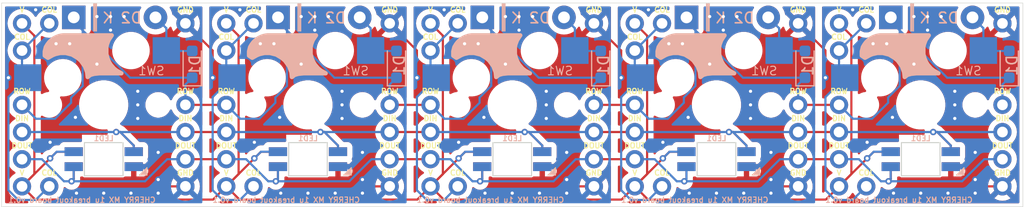
<source format=kicad_pcb>
(kicad_pcb (version 20240108) (generator "pcbnew") (generator_version "8.0")
  (layers (0 "F.Cu" signal) (31 "B.Cu" signal) (34 "B.Paste" user) (35 "F.Paste" user) (36 "B.SilkS" user "B.Silkscreen") (37 "F.SilkS" user "F.Silkscreen") (38 "B.Mask" user) (39 "F.Mask" user) (44 "Edge.Cuts" user))
  (net 0 "")
  (net 1 "/ROW")
  (net 2 "Net-(D1-A)")
  (net 3 "/COL")
  (net 4 "/VIN")
  (net 5 "/DOUT")
  (net 6 "/DIN")
  (net 7 "/GND")
  (footprint "THT:THT_D1.7mm_D1.0mm_P2.54mm" (layer "F.Cu") (at 165.151049 67.849969)
    (property "Reference" "V")
    (property "Value" "Conn_01x01_Pin" (hide yes))
  )
  (footprint "THT:THT_D1.7mm_D1.0mm_P2.54mm" (layer "F.Cu") (at 167.691049 67.849969)
    (property "Reference" "J13" (hide yes))
    (property "Value" "Conn_01x01_Pin" (hide yes))
  )
  (footprint "THT:THT_D1.7mm_D1.0mm_P2.54mm" (layer "F.Cu") (at 184.201049 83.089969)
    (property "Reference" "V")
    (property "Value" "Conn_01x01_Pin" (hide yes))
  )
  (footprint "THT:THT_D1.7mm_D1.0mm_P2.54mm" (layer "F.Cu") (at 199.441049 78.009969)
    (property "Reference" "DIN")
    (property "Value" "Conn_01x01_Pin" (hide yes))
  )
  (footprint "THT:THT_D1.7mm_D1.0mm_P2.54mm" (layer "F.Cu") (at 123.241049 67.849969)
    (property "Reference" "GND")
    (property "Value" "Conn_01x01_Pin" (hide yes))
  )
  (footprint "THT:THT_D1.7mm_D1.0mm_P2.54mm" (layer "F.Cu") (at 108.001049 83.089969)
    (property "Reference" "V")
    (property "Value" "Conn_01x01_Pin" (hide yes))
  )
  (footprint "THT:THT_D1.7mm_D1.0mm_P2.54mm" (layer "F.Cu") (at 186.741049 83.089969)
    (property "Reference" "COL")
    (property "Value" "Conn_01x01_Pin" (hide yes))
  )
  (footprint "THT:THT_D1.7mm_D1.0mm_P2.54mm" (layer "F.Cu") (at 108.001049 67.849969)
    (property "Reference" "V")
    (property "Value" "Conn_01x01_Pin" (hide yes))
  )
  (footprint "THT:THT_D1.7mm_D1.0mm_P2.54mm" (layer "F.Cu") (at 127.051049 75.469969)
    (property "Reference" "ROW")
    (property "Value" "Conn_01x01_Pin" (hide yes))
  )
  (footprint "THT:THT_D1.7mm_D1.0mm_P2.54mm" (layer "F.Cu") (at 184.201049 67.849969)
    (property "Reference" "V")
    (property "Value" "Conn_01x01_Pin" (hide yes))
  )
  (footprint "THT:THT_D1.7mm_D1.0mm_P2.54mm" (layer "F.Cu") (at 142.291049 80.549969)
    (property "Reference" "DOUT")
    (property "Value" "Conn_01x01_Pin" (hide yes))
  )
  (footprint "THT:THT_D1.7mm_D1.0mm_P2.54mm" (layer "F.Cu") (at 180.391049 83.089969)
    (property "Reference" "GND")
    (property "Value" "Conn_01x01_Pin" (hide yes))
  )
  (footprint "THT:THT_D1.7mm_D1.0mm_P2.54mm" (layer "F.Cu") (at 180.391049 78.009969)
    (property "Reference" "DIN")
    (property "Value" "Conn_01x01_Pin" (hide yes))
  )
  (footprint "THT:THT_D1.7mm_D1.0mm_P2.54mm" (layer "F.Cu") (at 129.591049 67.849969)
    (property "Reference" "J13" (hide yes))
    (property "Value" "Conn_01x01_Pin" (hide yes))
  )
  (footprint "THT:THT_D1.7mm_D1.0mm_P2.54mm" (layer "F.Cu") (at 108.001049 70.389969)
    (property "Reference" "COL")
    (property "Value" "Conn_01x01_Pin" (hide yes))
  )
  (footprint "THT:THT_D1.7mm_D1.0mm_P2.54mm" (layer "F.Cu") (at 146.101049 67.849969)
    (property "Reference" "V")
    (property "Value" "Conn_01x01_Pin" (hide yes))
  )
  (footprint "THT:THT_D1.7mm_D1.0mm_P2.54mm" (layer "F.Cu") (at 108.001049 80.549969)
    (property "Reference" "DOUT")
    (property "Value" "Conn_01x01_Pin" (hide yes))
  )
  (footprint "THT:THT_D1.7mm_D1.0mm_P2.54mm" (layer "F.Cu") (at 146.101049 75.469969)
    (property "Reference" "ROW")
    (property "Value" "Conn_01x01_Pin" (hide yes))
  )
  (footprint "THT:THT_D1.7mm_D1.0mm_P2.54mm" (layer "F.Cu") (at 123.241049 80.549969)
    (property "Reference" "DOUT")
    (property "Value" "Conn_01x01_Pin" (hide yes))
  )
  (footprint "THT:THT_D1.7mm_D1.0mm_P2.54mm" (layer "F.Cu") (at 142.291049 75.469969)
    (property "Reference" "ROW")
    (property "Value" "Conn_01x01_Pin" (hide yes))
  )
  (footprint "THT:THT_D1.7mm_D1.0mm_P2.54mm" (layer "F.Cu") (at 148.641049 67.849969)
    (property "Reference" "J13" (hide yes))
    (property "Value" "Conn_01x01_Pin" (hide yes))
  )
  (footprint "THT:THT_D1.7mm_D1.0mm_P2.54mm" (layer "F.Cu") (at 165.151049 70.389969)
    (property "Reference" "COL")
    (property "Value" "Conn_01x01_Pin" (hide yes))
  )
  (footprint "THT:THT_D1.7mm_D1.0mm_P2.54mm" (layer "F.Cu") (at 199.441049 80.549969)
    (property "Reference" "DOUT")
    (property "Value" "Conn_01x01_Pin" (hide yes))
  )
  (footprint "THT:THT_D1.7mm_D1.0mm_P2.54mm" (layer "F.Cu") (at 165.151049 80.549969)
    (property "Reference" "DOUT")
    (property "Value" "Conn_01x01_Pin" (hide yes))
  )
  (footprint "THT:THT_D1.7mm_D1.0mm_P2.54mm" (layer "F.Cu") (at 180.391049 80.549969)
    (property "Reference" "DOUT")
    (property "Value" "Conn_01x01_Pin" (hide yes))
  )
  (footprint "THT:THT_D1.7mm_D1.0mm_P2.54mm" (layer "F.Cu") (at 108.001049 78.009969)
    (property "Reference" "DIN")
    (property "Value" "Conn_01x01_Pin" (hide yes))
  )
  (footprint "THT:THT_D1.7mm_D1.0mm_P2.54mm" (layer "F.Cu") (at 180.391049 67.849969)
    (property "Reference" "GND")
    (property "Value" "Conn_01x01_Pin" (hide yes))
  )
  (footprint "THT:THT_D1.7mm_D1.0mm_P2.54mm" (layer "F.Cu") (at 180.391049 75.469969)
    (property "Reference" "ROW")
    (property "Value" "Conn_01x01_Pin" (hide yes))
  )
  (footprint "THT:THT_D1.7mm_D1.0mm_P2.54mm" (layer "F.Cu") (at 127.051049 67.849969)
    (property "Reference" "V")
    (property "Value" "Conn_01x01_Pin" (hide yes))
  )
  (footprint "THT:THT_D1.7mm_D1.0mm_P2.54mm" (layer "F.Cu") (at 142.291049 67.849969)
    (property "Reference" "GND")
    (property "Value" "Conn_01x01_Pin" (hide yes))
  )
  (footprint "THT:THT_D1.7mm_D1.0mm_P2.54mm" (layer "F.Cu") (at 184.201049 80.549969)
    (property "Reference" "DOUT")
    (property "Value" "Conn_01x01_Pin" (hide yes))
  )
  (footprint "THT:THT_D1.7mm_D1.0mm_P2.54mm" (layer "F.Cu") (at 184.201049 75.469969)
    (property "Reference" "ROW")
    (property "Value" "Conn_01x01_Pin" (hide yes))
  )
  (footprint "THT:THT_D1.7mm_D1.0mm_P2.54mm" (layer "F.Cu") (at 167.691049 83.089969)
    (property "Reference" "COL")
    (property "Value" "Conn_01x01_Pin" (hide yes))
  )
  (footprint "THT:THT_D1.7mm_D1.0mm_P2.54mm" (layer "F.Cu") (at 199.441049 83.089969)
    (property "Reference" "GND")
    (property "Value" "Conn_01x01_Pin" (hide yes))
  )
  (footprint "THT:THT_D1.7mm_D1.0mm_P2.54mm" (layer "F.Cu") (at 146.101049 78.009969)
    (property "Reference" "DIN")
    (property "Value" "Conn_01x01_Pin" (hide yes))
  )
  (footprint "THT:THT_D1.7mm_D1.0mm_P2.54mm" (layer "F.Cu") (at 127.051049 70.389969)
    (property "Reference" "COL")
    (property "Value" "Conn_01x01_Pin" (hide yes))
  )
  (footprint "THT:THT_D1.7mm_D1.0mm_P2.54mm" (layer "F.Cu") (at 127.051049 78.009969)
    (property "Reference" "DIN")
    (property "Value" "Conn_01x01_Pin" (hide yes))
  )
  (footprint "THT:THT_D1.7mm_D1.0mm_P2.54mm" (layer "F.Cu") (at 161.341049 78.009969)
    (property "Reference" "DIN")
    (property "Value" "Conn_01x01_Pin" (hide yes))
  )
  (footprint "THT:THT_D1.7mm_D1.0mm_P2.54mm" (layer "F.Cu") (at 165.151049 83.089969)
    (property "Reference" "V")
    (property "Value" "Conn_01x01_Pin" (hide yes))
  )
  (footprint "THT:THT_D1.7mm_D1.0mm_P2.54mm" (layer "F.Cu") (at 184.201049 70.389969)
    (property "Reference" "COL")
    (property "Value" "Conn_01x01_Pin" (hide yes))
  )
  (footprint "THT:THT_D1.7mm_D1.0mm_P2.54mm" (layer "F.Cu") (at 199.441049 75.469969)
    (property "Reference" "ROW")
    (property "Value" "Conn_01x01_Pin" (hide yes))
  )
  (footprint "THT:THT_D1.7mm_D1.0mm_P2.54mm" (layer "F.Cu") (at 110.541049 67.849969)
    (property "Reference" "J13" (hide yes))
    (property "Value" "Conn_01x01_Pin" (hide yes))
  )
  (footprint "THT:THT_D1.7mm_D1.0mm_P2.54mm" (layer "F.Cu") (at 161.341049 67.849969)
    (property "Reference" "GND")
    (property "Value" "Conn_01x01_Pin" (hide yes))
  )
  (footprint "THT:THT_D1.7mm_D1.0mm_P2.54mm" (layer "F.Cu") (at 127.051049 80.549969)
    (property "Reference" "DOUT")
    (property "Value" "Conn_01x01_Pin" (hide yes))
  )
  (footprint "THT:THT_D1.7mm_D1.0mm_P2.54mm" (layer "F.Cu") (at 165.151049 75.469969)
    (property "Reference" "ROW")
    (property "Value" "Conn_01x01_Pin" (hide yes))
  )
  (footprint "THT:THT_D1.7mm_D1.0mm_P2.54mm" (layer "F.Cu") (at 142.291049 83.089969)
    (property "Reference" "GND")
    (property "Value" "Conn_01x01_Pin" (hide yes))
  )
  (footprint "THT:THT_D1.7mm_D1.0mm_P2.54mm" (layer "F.Cu") (at 146.101049 83.089969)
    (property "Reference" "V")
    (property "Value" "Conn_01x01_Pin" (hide yes))
  )
  (footprint "THT:THT_D1.7mm_D1.0mm_P2.54mm" (layer "F.Cu") (at 184.201049 78.009969)
    (property "Reference" "DIN")
    (property "Value" "Conn_01x01_Pin" (hide yes))
  )
  (footprint "THT:THT_D1.7mm_D1.0mm_P2.54mm" (layer "F.Cu") (at 110.541049 83.089969)
    (property "Reference" "COL")
    (property "Value" "Conn_01x01_Pin" (hide yes))
  )
  (footprint "THT:THT_D1.7mm_D1.0mm_P2.54mm" (layer "F.Cu") (at 165.151049 78.009969)
    (property "Reference" "DIN")
    (property "Value" "Conn_01x01_Pin" (hide yes))
  )
  (footprint "THT:THT_D1.7mm_D1.0mm_P2.54mm" (layer "F.Cu") (at 186.741049 67.849969)
    (property "Reference" "J13" (hide yes))
    (property "Value" "Conn_01x01_Pin" (hide yes))
  )
  (footprint "THT:THT_D1.7mm_D1.0mm_P2.54mm" (layer "F.Cu") (at 142.291049 78.009969)
    (property "Reference" "DIN")
    (property "Value" "Conn_01x01_Pin" (hide yes))
  )
  (footprint "THT:THT_D1.7mm_D1.0mm_P2.54mm" (layer "F.Cu") (at 148.641049 83.089969)
    (property "Reference" "COL")
    (property "Value" "Conn_01x01_Pin" (hide yes))
  )
  (footprint "THT:THT_D1.7mm_D1.0mm_P2.54mm" (layer "F.Cu") (at 123.241049 78.009969)
    (property "Reference" "DIN")
    (property "Value" "Conn_01x01_Pin" (hide yes))
  )
  (footprint "THT:THT_D1.7mm_D1.0mm_P2.54mm" (layer "F.Cu") (at 161.341049 83.089969)
    (property "Reference" "GND")
    (property "Value" "Conn_01x01_Pin" (hide yes))
  )
  (footprint "THT:THT_D1.7mm_D1.0mm_P2.54mm" (layer "F.Cu") (at 146.101049 70.389969)
    (property "Reference" "COL")
    (property "Value" "Conn_01x01_Pin" (hide yes))
  )
  (footprint "THT:THT_D1.7mm_D1.0mm_P2.54mm" (layer "F.Cu") (at 199.441049 67.849969)
    (property "Reference" "GND")
    (property "Value" "Conn_01x01_Pin" (hide yes))
  )
  (footprint "THT:THT_D1.7mm_D1.0mm_P2.54mm" (layer "F.Cu") (at 108.001049 75.469969)
    (property "Reference" "ROW")
    (property "Value" "Conn_01x01_Pin" (hide yes))
  )
  (footprint "THT:THT_D1.7mm_D1.0mm_P2.54mm" (layer "F.Cu") (at 127.051049 83.089969)
    (property "Reference" "V")
    (property "Value" "Conn_01x01_Pin" (hide yes))
  )
  (footprint "THT:THT_D1.7mm_D1.0mm_P2.54mm" (layer "F.Cu") (at 161.341049 80.549969)
    (property "Reference" "DOUT")
    (property "Value" "Conn_01x01_Pin" (hide yes))
  )
  (footprint "THT:THT_D1.7mm_D1.0mm_P2.54mm" (layer "F.Cu") (at 123.241049 75.469969)
    (property "Reference" "ROW")
    (property "Value" "Conn_01x01_Pin" (hide yes))
  )
  (footprint "THT:THT_D1.7mm_D1.0mm_P2.54mm" (layer "F.Cu") (at 123.241049 83.089969)
    (property "Reference" "GND")
    (property "Value" "Conn_01x01_Pin" (hide yes))
  )
  (footprint "THT:THT_D1.7mm_D1.0mm_P2.54mm" (layer "F.Cu") (at 129.591049 83.089969)
    (property "Reference" "COL")
    (property "Value" "Conn_01x01_Pin" (hide yes))
  )
  (footprint "THT:THT_D1.7mm_D1.0mm_P2.54mm" (layer "F.Cu") (at 161.341049 75.469969)
    (property "Reference" "ROW")
    (property "Value" "Conn_01x01_Pin" (hide yes))
  )
  (footprint "THT:THT_D1.7mm_D1.0mm_P2.54mm" (layer "F.Cu") (at 146.101049 80.549969)
    (property "Reference" "DOUT")
    (property "Value" "Conn_01x01_Pin" (hide yes))
  )
  (footprint "kbd:YS-SK6812MINI-E_Both" (layer "B.Cu") (at 134.671049 80.549969 180)
    (property "Reference" "LED1")
    (property "Value" "YS-SK6812MINI-E" (hide yes))
    (fp_line (start 1.8 1.55) (end 1.8 -1.55) (stroke (width 0.1)) (layer "Edge.Cuts"))
    (fp_line (start 1.8 -1.55) (end -1.8 -1.55) (stroke (width 0.1)) (layer "Edge.Cuts"))
    (fp_line (start -1.8 1.55) (end 1.8 1.55) (stroke (width 0.1)) (layer "Edge.Cuts"))
    (fp_line (start -1.8 -1.55) (end -1.8 1.55) (stroke (width 0.1)) (layer "Edge.Cuts"))
  )
  (footprint "Diode_SMD:D_SOD-323_HandSoldering" (layer "B.Cu") (at 200.076049 71.679969 90)
    (property "Reference" "D1")
    (property "Value" "D" (hide yes))
  )
  (footprint "kbd:keyswitch_cherrymx_hotswap_1u" (layer "B.Cu") (at 115.621049 75.469969 180)
    (property "Reference" "SW1")
    (property "Value" "SW_Push" (hide yes))
  )
  (footprint "Diode_SMD:D_SOD-323_HandSoldering" (layer "B.Cu") (at 161.976049 71.679969 90)
    (property "Reference" "D1")
    (property "Value" "D" (hide yes))
  )
  (footprint "kbd:keyswitch_cherrymx_hotswap_1u" (layer "B.Cu") (at 172.771049 75.469969 180)
    (property "Reference" "SW1")
    (property "Value" "SW_Push" (hide yes))
  )
  (footprint "kbd:keyswitch_cherrymx_hotswap_1u" (layer "B.Cu") (at 134.671049 75.469969 180)
    (property "Reference" "SW1")
    (property "Value" "SW_Push" (hide yes))
  )
  (footprint "Diode_SMD:D_SOD-323_HandSoldering" (layer "B.Cu") (at 142.926049 71.679969 90)
    (property "Reference" "D1")
    (property "Value" "D" (hide yes))
  )
  (footprint "kbd:YS-SK6812MINI-E_Both" (layer "B.Cu") (at 153.721049 80.549969 180)
    (property "Reference" "LED1")
    (property "Value" "YS-SK6812MINI-E" (hide yes))
    (fp_line (start 1.8 1.55) (end 1.8 -1.55) (stroke (width 0.1)) (layer "Edge.Cuts"))
    (fp_line (start 1.8 -1.55) (end -1.8 -1.55) (stroke (width 0.1)) (layer "Edge.Cuts"))
    (fp_line (start -1.8 1.55) (end 1.8 1.55) (stroke (width 0.1)) (layer "Edge.Cuts"))
    (fp_line (start -1.8 -1.55) (end -1.8 1.55) (stroke (width 0.1)) (layer "Edge.Cuts"))
  )
  (footprint "Diode_THT:D_DO-41_SOD81_P7.62mm_Horizontal" (layer "B.Cu") (at 131.877049 67.291169)
    (property "Reference" "D2")
    (property "Value" "D" (hide yes))
  )
  (footprint "Diode_SMD:D_SOD-323_HandSoldering" (layer "B.Cu") (at 181.026049 71.679969 90)
    (property "Reference" "D1")
    (property "Value" "D" (hide yes))
  )
  (footprint "kbd:YS-SK6812MINI-E_Both" (layer "B.Cu") (at 172.771049 80.549969 180)
    (property "Reference" "LED1")
    (property "Value" "YS-SK6812MINI-E" (hide yes))
    (fp_line (start 1.8 1.55) (end 1.8 -1.55) (stroke (width 0.1)) (layer "Edge.Cuts"))
    (fp_line (start 1.8 -1.55) (end -1.8 -1.55) (stroke (width 0.1)) (layer "Edge.Cuts"))
    (fp_line (start -1.8 1.55) (end 1.8 1.55) (stroke (width 0.1)) (layer "Edge.Cuts"))
    (fp_line (start -1.8 -1.55) (end -1.8 1.55) (stroke (width 0.1)) (layer "Edge.Cuts"))
  )
  (footprint "Diode_THT:D_DO-41_SOD81_P7.62mm_Horizontal" (layer "B.Cu") (at 150.927049 67.291169)
    (property "Reference" "D2")
    (property "Value" "D" (hide yes))
  )
  (footprint "Diode_THT:D_DO-41_SOD81_P7.62mm_Horizontal" (layer "B.Cu") (at 189.027049 67.291169)
    (property "Reference" "D2")
    (property "Value" "D" (hide yes))
  )
  (footprint "kbd:YS-SK6812MINI-E_Both" (layer "B.Cu") (at 115.621049 80.549969 180)
    (property "Reference" "LED1")
    (property "Value" "YS-SK6812MINI-E" (hide yes))
    (fp_line (start 1.8 1.55) (end 1.8 -1.55) (stroke (width 0.1)) (layer "Edge.Cuts"))
    (fp_line (start 1.8 -1.55) (end -1.8 -1.55) (stroke (width 0.1)) (layer "Edge.Cuts"))
    (fp_line (start -1.8 1.55) (end 1.8 1.55) (stroke (width 0.1)) (layer "Edge.Cuts"))
    (fp_line (start -1.8 -1.55) (end -1.8 1.55) (stroke (width 0.1)) (layer "Edge.Cuts"))
  )
  (footprint "kbd:keyswitch_cherrymx_hotswap_1u" (layer "B.Cu") (at 191.821049 75.469969 180)
    (property "Reference" "SW1")
    (property "Value" "SW_Push" (hide yes))
  )
  (footprint "Diode_THT:D_DO-41_SOD81_P7.62mm_Horizontal" (layer "B.Cu") (at 112.827049 67.291169)
    (property "Reference" "D2")
    (property "Value" "D" (hide yes))
  )
  (footprint "kbd:YS-SK6812MINI-E_Both" (layer "B.Cu") (at 191.821049 80.549969 180)
    (property "Reference" "LED1")
    (property "Value" "YS-SK6812MINI-E" (hide yes))
    (fp_line (start 1.8 1.55) (end 1.8 -1.55) (stroke (width 0.1)) (layer "Edge.Cuts"))
    (fp_line (start 1.8 -1.55) (end -1.8 -1.55) (stroke (width 0.1)) (layer "Edge.Cuts"))
    (fp_line (start -1.8 1.55) (end 1.8 1.55) (stroke (width 0.1)) (layer "Edge.Cuts"))
    (fp_line (start -1.8 -1.55) (end -1.8 1.55) (stroke (width 0.1)) (layer "Edge.Cuts"))
  )
  (footprint "kbd:keyswitch_cherrymx_hotswap_1u" (layer "B.Cu") (at 153.721049 75.469969 180)
    (property "Reference" "SW1")
    (property "Value" "SW_Push" (hide yes))
  )
  (footprint "Diode_THT:D_DO-41_SOD81_P7.62mm_Horizontal" (layer "B.Cu") (at 169.977049 67.291169)
    (property "Reference" "D2")
    (property "Value" "D" (hide yes))
  )
  (footprint "Diode_SMD:D_SOD-323_HandSoldering" (layer "B.Cu") (at 123.876049 71.679969 90)
    (property "Reference" "D1")
    (property "Value" "D" (hide yes))
  )
  (gr_rect (start 106.096049 65.944969) (end 201.346049 84.994969) (stroke (width 0.05)) (fill none) (layer "Edge.Cuts"))
  (gr_text "CHERRY MX 1u breakout board v0.1" (at 113.589049 84.359969 -0) (layer "B.SilkS") (effects (font (size 0.5 0.5) (thickness 0.1)) (justify mirror)))
  (gr_text "CHERRY MX 1u breakout board v0.1" (at 132.639049 84.359969 0) (layer "B.SilkS") (effects (font (size 0.5 0.5) (thickness 0.1)) (justify mirror)))
  (gr_text "CHERRY MX 1u breakout board v0.1" (at 151.689049 84.359969 0) (layer "B.SilkS") (effects (font (size 0.5 0.5) (thickness 0.1)) (justify mirror)))
  (gr_text "CHERRY MX 1u breakout board v0.1" (at 170.739049 84.359969 0) (layer "B.SilkS") (effects (font (size 0.5 0.5) (thickness 0.1)) (justify mirror)))
  (gr_text "CHERRY MX 1u breakout board v0.1" (at 189.789049 84.359969 0) (layer "B.SilkS") (effects (font (size 0.5 0.5) (thickness 0.1)) (justify mirror)))
  (gr_text "COL" (at 186.741049 66.579969 0) (layer "F.SilkS") (effects (font (size 0.5 0.5) (thickness 0.1))))
  (gr_text "COL" (at 167.691049 66.579969 0) (layer "F.SilkS") (effects (font (size 0.5 0.5) (thickness 0.1))))
  (gr_text "COL" (at 129.591049 66.579969 0) (layer "F.SilkS") (effects (font (size 0.5 0.5) (thickness 0.1))))
  (gr_text "COL" (at 110.541049 66.579969 0) (layer "F.SilkS") (effects (font (size 0.5 0.5) (thickness 0.1))))
  (gr_text "COL" (at 148.641049 66.579969 0) (layer "F.SilkS") (effects (font (size 0.5 0.5) (thickness 0.1))))
  (segment (start 180.391049 75.469969) (end 184.201049 75.469969) (width 0.2) (layer "F.Cu") (net 1))
  (segment (start 142.291049 75.469969) (end 146.101049 75.469969) (width 0.2) (layer "F.Cu") (net 1))
  (segment (start 123.241049 75.469969) (end 127.051049 75.469969) (width 0.2) (layer "F.Cu") (net 1))
  (segment (start 161.341049 75.469969) (end 165.151049 75.469969) (width 0.2) (layer "F.Cu") (net 1))
  (segment (start 170.811049 73.696264) (end 169.727344 74.779969) (width 0.2) (layer "B.Cu") (net 1))
  (segment (start 112.827049 67.672264) (end 112.827049 67.291169) (width 0.2) (layer "B.Cu") (net 1))
  (segment (start 147.401049 76.769969) (end 146.101049 75.469969) (width 0.2) (layer "B.Cu") (net 1))
  (segment (start 199.441049 75.469969) (end 199.441049 73.564969) (width 0.2) (layer "B.Cu") (net 1))
  (segment (start 132.711049 68.125169) (end 132.711049 73.696264) (width 0.2) (layer "B.Cu") (net 1))
  (segment (start 113.661049 73.696264) (end 112.577344 74.779969) (width 0.2) (layer "B.Cu") (net 1))
  (segment (start 130.129527 76.769969) (end 128.351049 76.769969) (width 0.2) (layer "B.Cu") (net 1))
  (segment (start 123.241049 75.469969) (end 123.241049 73.564969) (width 0.2) (layer "B.Cu") (net 1))
  (segment (start 137.134754 72.929969) (end 131.877049 67.672264) (width 0.2) (layer "B.Cu") (net 1))
  (segment (start 180.391049 75.469969) (end 180.391049 73.564969) (width 0.2) (layer "B.Cu") (net 1))
  (segment (start 123.241049 73.564969) (end 123.876049 72.929969) (width 0.2) (layer "B.Cu") (net 1))
  (segment (start 161.341049 75.469969) (end 161.341049 73.564969) (width 0.2) (layer "B.Cu") (net 1))
  (segment (start 131.877049 67.672264) (end 131.877049 67.291169) (width 0.2) (layer "B.Cu") (net 1))
  (segment (start 188.777344 74.779969) (end 188.777344 75.272152) (width 0.2) (layer "B.Cu") (net 1))
  (segment (start 185.501049 76.769969) (end 184.201049 75.469969) (width 0.2) (layer "B.Cu") (net 1))
  (segment (start 112.577344 75.272152) (end 111.079527 76.769969) (width 0.2) (layer "B.Cu") (net 1))
  (segment (start 149.179527 76.769969) (end 147.401049 76.769969) (width 0.2) (layer "B.Cu") (net 1))
  (segment (start 181.026049 72.929969) (end 175.234754 72.929969) (width 0.2) (layer "B.Cu") (net 1))
  (segment (start 109.301049 76.769969) (end 108.001049 75.469969) (width 0.2) (layer "B.Cu") (net 1))
  (segment (start 132.711049 73.696264) (end 131.627344 74.779969) (width 0.2) (layer "B.Cu") (net 1))
  (segment (start 194.284754 72.929969) (end 189.027049 67.672264) (width 0.2) (layer "B.Cu") (net 1))
  (segment (start 150.677344 75.272152) (end 149.179527 76.769969) (width 0.2) (layer "B.Cu") (net 1))
  (segment (start 142.291049 73.564969) (end 142.926049 72.929969) (width 0.2) (layer "B.Cu") (net 1))
  (segment (start 200.076049 72.929969) (end 194.284754 72.929969) (width 0.2) (layer "B.Cu") (net 1))
  (segment (start 170.811049 68.125169) (end 170.811049 73.696264) (width 0.2) (layer "B.Cu") (net 1))
  (segment (start 168.229527 76.769969) (end 166.451049 76.769969) (width 0.2) (layer "B.Cu") (net 1))
  (segment (start 150.927049 67.672264) (end 150.927049 67.291169) (width 0.2) (layer "B.Cu") (net 1))
  (segment (start 187.279527 76.769969) (end 185.501049 76.769969) (width 0.2) (layer "B.Cu") (net 1))
  (segment (start 131.877049 67.291169) (end 132.711049 68.125169) (width 0.2) (layer "B.Cu") (net 1))
  (segment (start 111.079527 76.769969) (end 109.301049 76.769969) (width 0.2) (layer "B.Cu") (net 1))
  (segment (start 142.291049 75.469969) (end 142.291049 73.564969) (width 0.2) (layer "B.Cu") (net 1))
  (segment (start 131.627344 75.272152) (end 130.129527 76.769969) (width 0.2) (layer "B.Cu") (net 1))
  (segment (start 169.977049 67.291169) (end 170.811049 68.125169) (width 0.2) (layer "B.Cu") (net 1))
  (segment (start 175.234754 72.929969) (end 169.977049 67.672264) (width 0.2) (layer "B.Cu") (net 1))
  (segment (start 161.341049 73.564969) (end 161.976049 72.929969) (width 0.2) (layer "B.Cu") (net 1))
  (segment (start 166.451049 76.769969) (end 165.151049 75.469969) (width 0.2) (layer "B.Cu") (net 1))
  (segment (start 150.927049 67.291169) (end 151.761049 68.125169) (width 0.2) (layer "B.Cu") (net 1))
  (segment (start 169.727344 74.779969) (end 169.727344 75.272152) (width 0.2) (layer "B.Cu") (net 1))
  (segment (start 118.084754 72.929969) (end 112.827049 67.672264) (width 0.2) (layer "B.Cu") (net 1))
  (segment (start 128.351049 76.769969) (end 127.051049 75.469969) (width 0.2) (layer "B.Cu") (net 1))
  (segment (start 151.761049 68.125169) (end 151.761049 73.696264) (width 0.2) (layer "B.Cu") (net 1))
  (segment (start 199.441049 73.564969) (end 200.076049 72.929969) (width 0.2) (layer "B.Cu") (net 1))
  (segment (start 189.861049 68.125169) (end 189.861049 73.696264) (width 0.2) (layer "B.Cu") (net 1))
  (segment (start 169.727344 75.272152) (end 168.229527 76.769969) (width 0.2) (layer "B.Cu") (net 1))
  (segment (start 131.627344 74.779969) (end 131.627344 75.272152) (width 0.2) (layer "B.Cu") (net 1))
  (segment (start 161.976049 72.929969) (end 156.184754 72.929969) (width 0.2) (layer "B.Cu") (net 1))
  (segment (start 189.861049 73.696264) (end 188.777344 74.779969) (width 0.2) (layer "B.Cu") (net 1))
  (segment (start 189.027049 67.672264) (end 189.027049 67.291169) (width 0.2) (layer "B.Cu") (net 1))
  (segment (start 112.577344 74.779969) (end 112.577344 75.272152) (width 0.2) (layer "B.Cu") (net 1))
  (segment (start 189.027049 67.291169) (end 189.861049 68.125169) (width 0.2) (layer "B.Cu") (net 1))
  (segment (start 180.391049 73.564969) (end 181.026049 72.929969) (width 0.2) (layer "B.Cu") (net 1))
  (segment (start 150.677344 74.779969) (end 150.677344 75.272152) (width 0.2) (layer "B.Cu") (net 1))
  (segment (start 113.661049 68.125169) (end 113.661049 73.696264) (width 0.2) (layer "B.Cu") (net 1))
  (segment (start 169.977049 67.672264) (end 169.977049 67.291169) (width 0.2) (layer "B.Cu") (net 1))
  (segment (start 123.876049 72.929969) (end 118.084754 72.929969) (width 0.2) (layer "B.Cu") (net 1))
  (segment (start 151.761049 73.696264) (end 150.677344 74.779969) (width 0.2) (layer "B.Cu") (net 1))
  (segment (start 188.777344 75.272152) (end 187.279527 76.769969) (width 0.2) (layer "B.Cu") (net 1))
  (segment (start 112.827049 67.291169) (end 113.661049 68.125169) (width 0.2) (layer "B.Cu") (net 1))
  (segment (start 156.184754 72.929969) (end 150.927049 67.672264) (width 0.2) (layer "B.Cu") (net 1))
  (segment (start 142.926049 72.929969) (end 137.134754 72.929969) (width 0.2) (layer "B.Cu") (net 1))
  (segment (start 197.663049 70.389969) (end 197.663049 68.307169) (width 0.2) (layer "B.Cu") (net 2))
  (segment (start 197.663049 68.307169) (end 196.647049 67.291169) (width 0.2) (layer "B.Cu") (net 2))
  (segment (start 161.976049 70.429969) (end 159.603049 70.429969) (width 0.2) (layer "B.Cu") (net 2))
  (segment (start 178.653049 70.429969) (end 178.613049 70.389969) (width 0.2) (layer "B.Cu") (net 2))
  (segment (start 159.563049 70.389969) (end 159.563049 68.307169) (width 0.2) (layer "B.Cu") (net 2))
  (segment (start 159.563049 68.307169) (end 158.547049 67.291169) (width 0.2) (layer "B.Cu") (net 2))
  (segment (start 181.026049 70.429969) (end 178.653049 70.429969) (width 0.2) (layer "B.Cu") (net 2))
  (segment (start 142.926049 70.429969) (end 140.553049 70.429969) (width 0.2) (layer "B.Cu") (net 2))
  (segment (start 159.603049 70.429969) (end 159.563049 70.389969) (width 0.2) (layer "B.Cu") (net 2))
  (segment (start 121.463049 68.307169) (end 120.447049 67.291169) (width 0.2) (layer "B.Cu") (net 2))
  (segment (start 140.553049 70.429969) (end 140.513049 70.389969) (width 0.2) (layer "B.Cu") (net 2))
  (segment (start 121.463049 70.389969) (end 121.463049 68.307169) (width 0.2) (layer "B.Cu") (net 2))
  (segment (start 121.503049 70.429969) (end 121.463049 70.389969) (width 0.2) (layer "B.Cu") (net 2))
  (segment (start 200.076049 70.429969) (end 197.703049 70.429969) (width 0.2) (layer "B.Cu") (net 2))
  (segment (start 178.613049 68.307169) (end 177.597049 67.291169) (width 0.2) (layer "B.Cu") (net 2))
  (segment (start 197.703049 70.429969) (end 197.663049 70.389969) (width 0.2) (layer "B.Cu") (net 2))
  (segment (start 140.513049 70.389969) (end 140.513049 68.307169) (width 0.2) (layer "B.Cu") (net 2))
  (segment (start 178.613049 70.389969) (end 178.613049 68.307169) (width 0.2) (layer "B.Cu") (net 2))
  (segment (start 140.513049 68.307169) (end 139.497049 67.291169) (width 0.2) (layer "B.Cu") (net 2))
  (segment (start 123.876049 70.429969) (end 121.503049 70.429969) (width 0.2) (layer "B.Cu") (net 2))
  (segment (start 125.781049 74.734969) (end 125.781049 83.446315) (width 0.2) (layer "B.Cu") (net 3))
  (segment (start 163.881049 83.446315) (end 164.794703 84.359969) (width 0.2) (layer "B.Cu") (net 3))
  (segment (start 182.931049 74.734969) (end 182.931049 83.446315) (width 0.2) (layer "B.Cu") (net 3))
  (segment (start 127.051049 72.394969) (end 127.586049 72.929969) (width 0.2) (layer "B.Cu") (net 3))
  (segment (start 106.731049 74.734969) (end 106.731049 83.446315) (width 0.2) (layer "B.Cu") (net 3))
  (segment (start 184.201049 72.394969) (end 184.736049 72.929969) (width 0.2) (layer "B.Cu") (net 3))
  (segment (start 164.794703 84.359969) (end 166.421049 84.359969) (width 0.2) (layer "B.Cu") (net 3))
  (segment (start 163.881049 74.734969) (end 163.881049 83.446315) (width 0.2) (layer "B.Cu") (net 3))
  (segment (start 165.151049 70.389969) (end 167.691049 67.849969) (width 0.2) (layer "B.Cu") (net 3))
  (segment (start 125.781049 83.446315) (end 126.694703 84.359969) (width 0.2) (layer "B.Cu") (net 3))
  (segment (start 127.051049 70.389969) (end 127.051049 72.394969) (width 0.2) (layer "B.Cu") (net 3))
  (segment (start 108.001049 70.389969) (end 108.001049 72.394969) (width 0.2) (layer "B.Cu") (net 3))
  (segment (start 146.636049 72.929969) (end 144.831049 74.734969) (width 0.2) (layer "B.Cu") (net 3))
  (segment (start 165.151049 70.389969) (end 165.151049 72.394969) (width 0.2) (layer "B.Cu") (net 3))
  (segment (start 109.271049 84.359969) (end 110.541049 83.089969) (width 0.2) (layer "B.Cu") (net 3))
  (segment (start 184.736049 72.929969) (end 182.931049 74.734969) (width 0.2) (layer "B.Cu") (net 3))
  (segment (start 106.731049 83.446315) (end 107.644703 84.359969) (width 0.2) (layer "B.Cu") (net 3))
  (segment (start 126.694703 84.359969) (end 128.321049 84.359969) (width 0.2) (layer "B.Cu") (net 3))
  (segment (start 127.051049 70.389969) (end 129.591049 67.849969) (width 0.2) (layer "B.Cu") (net 3))
  (segment (start 166.421049 84.359969) (end 167.691049 83.089969) (width 0.2) (layer "B.Cu") (net 3))
  (segment (start 146.101049 70.389969) (end 146.101049 72.394969) (width 0.2) (layer "B.Cu") (net 3))
  (segment (start 165.686049 72.929969) (end 163.881049 74.734969) (width 0.2) (layer "B.Cu") (net 3))
  (segment (start 184.201049 70.389969) (end 184.201049 72.394969) (width 0.2) (layer "B.Cu") (net 3))
  (segment (start 144.831049 74.734969) (end 144.831049 83.446315) (width 0.2) (layer "B.Cu") (net 3))
  (segment (start 144.831049 83.446315) (end 145.744703 84.359969) (width 0.2) (layer "B.Cu") (net 3))
  (segment (start 184.201049 70.389969) (end 186.741049 67.849969) (width 0.2) (layer "B.Cu") (net 3))
  (segment (start 182.931049 83.446315) (end 183.844703 84.359969) (width 0.2) (layer "B.Cu") (net 3))
  (segment (start 185.471049 84.359969) (end 186.741049 83.089969) (width 0.2) (layer "B.Cu") (net 3))
  (segment (start 107.644703 84.359969) (end 109.271049 84.359969) (width 0.2) (layer "B.Cu") (net 3))
  (segment (start 108.536049 72.929969) (end 106.731049 74.734969) (width 0.2) (layer "B.Cu") (net 3))
  (segment (start 108.001049 70.389969) (end 110.541049 67.849969) (width 0.2) (layer "B.Cu") (net 3))
  (segment (start 146.101049 70.389969) (end 148.641049 67.849969) (width 0.2) (layer "B.Cu") (net 3))
  (segment (start 127.586049 72.929969) (end 125.781049 74.734969) (width 0.2) (layer "B.Cu") (net 3))
  (segment (start 183.844703 84.359969) (end 185.471049 84.359969) (width 0.2) (layer "B.Cu") (net 3))
  (segment (start 128.321049 84.359969) (end 129.591049 83.089969) (width 0.2) (layer "B.Cu") (net 3))
  (segment (start 145.744703 84.359969) (end 147.371049 84.359969) (width 0.2) (layer "B.Cu") (net 3))
  (segment (start 165.151049 72.394969) (end 165.686049 72.929969) (width 0.2) (layer "B.Cu") (net 3))
  (segment (start 146.101049 72.394969) (end 146.636049 72.929969) (width 0.2) (layer "B.Cu") (net 3))
  (segment (start 108.001049 72.394969) (end 108.536049 72.929969) (width 0.2) (layer "B.Cu") (net 3))
  (segment (start 147.371049 84.359969) (end 148.641049 83.089969) (width 0.2) (layer "B.Cu") (net 3))
  (segment (start 144.866049 84.324969) (end 146.101049 83.089969) (width 0.2) (layer "F.Cu") (net 4))
  (segment (start 127.051049 67.849969) (end 128.201049 68.999969) (width 0.2) (layer "F.Cu") (net 4))
  (segment (start 163.916049 84.324969) (end 165.151049 83.089969) (width 0.2) (layer "F.Cu") (net 4))
  (segment (start 125.816049 84.324969) (end 127.051049 83.089969) (width 0.2) (layer "F.Cu") (net 4))
  (segment (start 112.821049 79.849969) (end 111.241049 79.849969) (width 0.2) (layer "F.Cu") (net 4))
  (segment (start 189.021049 79.849969) (end 187.441049 79.849969) (width 0.2) (layer "F.Cu") (net 4))
  (segment (start 128.201049 81.939969) (end 127.051049 83.089969) (width 0.2) (layer "F.Cu") (net 4))
  (segment (start 148.721049 80.469969) (end 146.101049 83.089969) (width 0.2) (layer "F.Cu") (net 4))
  (segment (start 166.386049 84.324969) (end 182.966049 84.324969) (width 0.2) (layer "F.Cu") (net 4))
  (segment (start 129.671049 80.469969) (end 127.051049 83.089969) (width 0.2) (layer "F.Cu") (net 4))
  (segment (start 167.771049 80.469969) (end 165.151049 83.089969) (width 0.2) (layer "F.Cu") (net 4))
  (segment (start 109.151049 68.999969) (end 109.151049 81.939969) (width 0.2) (layer "F.Cu") (net 4))
  (segment (start 128.286049 84.324969) (end 144.866049 84.324969) (width 0.2) (layer "F.Cu") (net 4))
  (segment (start 131.871049 79.849969) (end 130.291049 79.849969) (width 0.2) (layer "F.Cu") (net 4))
  (segment (start 149.341049 79.849969) (end 148.721049 80.469969) (width 0.2) (layer "F.Cu") (net 4))
  (segment (start 187.441049 79.849969) (end 186.821049 80.469969) (width 0.2) (layer "F.Cu") (net 4))
  (segment (start 128.201049 68.999969) (end 128.201049 81.939969) (width 0.2) (layer "F.Cu") (net 4))
  (segment (start 165.151049 83.089969) (end 166.386049 84.324969) (width 0.2) (layer "F.Cu") (net 4))
  (segment (start 130.291049 79.849969) (end 129.671049 80.469969) (width 0.2) (layer "F.Cu") (net 4))
  (segment (start 147.251049 68.999969) (end 147.251049 81.939969) (width 0.2) (layer "F.Cu") (net 4))
  (segment (start 147.251049 81.939969) (end 146.101049 83.089969) (width 0.2) (layer "F.Cu") (net 4))
  (segment (start 185.351049 81.939969) (end 184.201049 83.089969) (width 0.2) (layer "F.Cu") (net 4))
  (segment (start 109.151049 81.939969) (end 108.001049 83.089969) (width 0.2) (layer "F.Cu") (net 4))
  (segment (start 110.621049 80.469969) (end 108.001049 83.089969) (width 0.2) (layer "F.Cu") (net 4))
  (segment (start 127.051049 83.089969) (end 128.286049 84.324969) (width 0.2) (layer "F.Cu") (net 4))
  (segment (start 186.821049 80.469969) (end 184.201049 83.089969) (width 0.2) (layer "F.Cu") (net 4))
  (segment (start 166.301049 68.999969) (end 166.301049 81.939969) (width 0.2) (layer "F.Cu") (net 4))
  (segment (start 109.236049 84.324969) (end 125.816049 84.324969) (width 0.2) (layer "F.Cu") (net 4))
  (segment (start 185.351049 68.999969) (end 185.351049 81.939969) (width 0.2) (layer "F.Cu") (net 4))
  (segment (start 108.001049 67.849969) (end 109.151049 68.999969) (width 0.2) (layer "F.Cu") (net 4))
  (segment (start 182.966049 84.324969) (end 184.201049 83.089969) (width 0.2) (layer "F.Cu") (net 4))
  (segment (start 147.336049 84.324969) (end 163.916049 84.324969) (width 0.2) (layer "F.Cu") (net 4))
  (segment (start 166.301049 81.939969) (end 165.151049 83.089969) (width 0.2) (layer "F.Cu") (net 4))
  (segment (start 111.241049 79.849969) (end 110.621049 80.469969) (width 0.2) (layer "F.Cu") (net 4))
  (segment (start 150.921049 79.849969) (end 149.341049 79.849969) (width 0.2) (layer "F.Cu") (net 4))
  (segment (start 169.971049 79.849969) (end 168.391049 79.849969) (width 0.2) (layer "F.Cu") (net 4))
  (segment (start 165.151049 67.849969) (end 166.301049 68.999969) (width 0.2) (layer "F.Cu") (net 4))
  (segment (start 146.101049 83.089969) (end 147.336049 84.324969) (width 0.2) (layer "F.Cu") (net 4))
  (segment (start 168.391049 79.849969) (end 167.771049 80.469969) (width 0.2) (layer "F.Cu") (net 4))
  (segment (start 108.001049 83.089969) (end 109.236049 84.324969) (width 0.2) (layer "F.Cu") (net 4))
  (segment (start 184.201049 67.849969) (end 185.351049 68.999969) (width 0.2) (layer "F.Cu") (net 4))
  (segment (start 146.101049 67.849969) (end 147.251049 68.999969) (width 0.2) (layer "F.Cu") (net 4))
  (via (at 167.771049 80.469969) (size 0.6) (drill 0.3) (layers "F.Cu" "B.Cu") (net 4))
  (via (at 110.621049 80.469969) (size 0.6) (drill 0.3) (layers "F.Cu" "B.Cu") (net 4))
  (via (at 186.821049 80.469969) (size 0.6) (drill 0.3) (layers "F.Cu" "B.Cu") (net 4))
  (via (at 148.721049 80.469969) (size 0.6) (drill 0.3) (layers "F.Cu" "B.Cu") (net 4))
  (via (at 129.671049 80.469969) (size 0.6) (drill 0.3) (layers "F.Cu" "B.Cu") (net 4))
  (segment (start 130.291049 79.849969) (end 129.671049 80.469969) (width 0.2) (layer "B.Cu") (net 4))
  (segment (start 111.241049 79.849969) (end 110.621049 80.469969) (width 0.2) (layer "B.Cu") (net 4))
  (segment (start 112.821049 79.849969) (end 111.241049 79.849969) (width 0.2) (layer "B.Cu") (net 4))
  (segment (start 168.391049 79.849969) (end 167.771049 80.469969) (width 0.2) (layer "B.Cu") (net 4))
  (segment (start 150.921049 79.849969) (end 149.341049 79.849969) (width 0.2) (layer "B.Cu") (net 4))
  (segment (start 131.871049 79.849969) (end 130.291049 79.849969) (width 0.2) (layer "B.Cu") (net 4))
  (segment (start 169.971049 79.849969) (end 168.391049 79.849969) (width 0.2) (layer "B.Cu") (net 4))
  (segment (start 187.441049 79.849969) (end 186.821049 80.469969) (width 0.2) (layer "B.Cu") (net 4))
  (segment (start 149.341049 79.849969) (end 148.721049 80.469969) (width 0.2) (layer "B.Cu") (net 4))
  (segment (start 189.021049 79.849969) (end 187.441049 79.849969) (width 0.2) (layer "B.Cu") (net 4))
  (segment (start 131.871049 82.413623) (end 131.671049 82.613623) (width 0.2) (layer "F.Cu") (net 5))
  (segment (start 142.291049 80.549969) (end 146.101049 80.549969) (width 0.2) (layer "F.Cu") (net 5))
  (segment (start 189.021049 82.413623) (end 188.821049 82.613623) (width 0.2) (layer "F.Cu") (net 5))
  (segment (start 112.821049 82.413623) (end 112.621049 82.613623) (width 0.2) (layer "F.Cu") (net 5))
  (segment (start 180.391049 80.549969) (end 184.201049 80.549969) (width 0.2) (layer "F.Cu") (net 5))
  (segment (start 189.021049 81.249969) (end 189.021049 82.413623) (width 0.2) (layer "F.Cu") (net 5))
  (segment (start 169.971049 82.413623) (end 169.771049 82.613623) (width 0.2) (layer "F.Cu") (net 5))
  (segment (start 112.821049 81.249969) (end 112.821049 82.413623) (width 0.2) (layer "F.Cu") (net 5))
  (segment (start 169.971049 81.249969) (end 169.971049 82.413623) (width 0.2) (layer "F.Cu") (net 5))
  (segment (start 150.921049 81.249969) (end 150.921049 82.413623) (width 0.2) (layer "F.Cu") (net 5))
  (segment (start 161.341049 80.549969) (end 165.151049 80.549969) (width 0.2) (layer "F.Cu") (net 5))
  (segment (start 150.921049 82.413623) (end 150.721049 82.613623) (width 0.2) (layer "F.Cu") (net 5))
  (segment (start 131.871049 81.249969) (end 131.871049 82.413623) (width 0.2) (layer "F.Cu") (net 5))
  (segment (start 123.241049 80.549969) (end 127.051049 80.549969) (width 0.2) (layer "F.Cu") (net 5))
  (via (at 188.821049 82.613623) (size 0.6) (drill 0.3) (layers "F.Cu" "B.Cu") (net 5))
  (via (at 150.721049 82.613623) (size 0.6) (drill 0.3) (layers "F.Cu" "B.Cu") (net 5))
  (via (at 169.771049 82.613623) (size 0.6) (drill 0.3) (layers "F.Cu" "B.Cu") (net 5))
  (via (at 131.671049 82.613623) (size 0.6) (drill 0.3) (layers "F.Cu" "B.Cu") (net 5))
  (via (at 112.621049 82.613623) (size 0.6) (drill 0.3) (layers "F.Cu" "B.Cu") (net 5))
  (segment (start 178.691049 80.549969) (end 180.391049 80.549969) (width 0.2) (layer "B.Cu") (net 5))
  (segment (start 150.921049 81.249969) (end 150.921049 82.413623) (width 0.2) (layer "B.Cu") (net 5))
  (segment (start 195.677395 82.613623) (end 197.741049 80.549969) (width 0.2) (layer "B.Cu") (net 5))
  (segment (start 169.066174 82.613623) (end 169.771049 82.613623) (width 0.2) (layer "B.Cu") (net 5))
  (segment (start 140.591049 80.549969) (end 142.291049 80.549969) (width 0.2) (layer "B.Cu") (net 5))
  (segment (start 131.871049 81.249969) (end 131.871049 82.413623) (width 0.2) (layer "B.Cu") (net 5))
  (segment (start 176.627395 82.613623) (end 178.691049 80.549969) (width 0.2) (layer "B.Cu") (net 5))
  (segment (start 131.671049 82.613623) (end 138.527395 82.613623) (width 0.2) (layer "B.Cu") (net 5))
  (segment (start 165.151049 80.549969) (end 167.00252 80.549969) (width 0.2) (layer "B.Cu") (net 5))
  (segment (start 109.85252 80.549969) (end 111.916174 82.613623) (width 0.2) (layer "B.Cu") (net 5))
  (segment (start 159.641049 80.549969) (end 161.341049 80.549969) (width 0.2) (layer "B.Cu") (net 5))
  (segment (start 112.821049 82.413623) (end 112.621049 82.613623) (width 0.2) (layer "B.Cu") (net 5))
  (segment (start 150.921049 82.413623) (end 150.721049 82.613623) (width 0.2) (layer "B.Cu") (net 5))
  (segment (start 169.971049 81.249969) (end 169.971049 82.413623) (width 0.2) (layer "B.Cu") (net 5))
  (segment (start 186.05252 80.549969) (end 188.116174 82.613623) (width 0.2) (layer "B.Cu") (net 5))
  (segment (start 150.721049 82.613623) (end 157.577395 82.613623) (width 0.2) (layer "B.Cu") (net 5))
  (segment (start 188.821049 82.613623) (end 195.677395 82.613623) (width 0.2) (layer "B.Cu") (net 5))
  (segment (start 112.621049 82.613623) (end 119.477395 82.613623) (width 0.2) (layer "B.Cu") (net 5))
  (segment (start 167.00252 80.549969) (end 169.066174 82.613623) (width 0.2) (layer "B.Cu") (net 5))
  (segment (start 128.90252 80.549969) (end 130.966174 82.613623) (width 0.2) (layer "B.Cu") (net 5))
  (segment (start 188.116174 82.613623) (end 188.821049 82.613623) (width 0.2) (layer "B.Cu") (net 5))
  (segment (start 197.741049 80.549969) (end 199.441049 80.549969) (width 0.2) (layer "B.Cu") (net 5))
  (segment (start 108.001049 80.549969) (end 109.85252 80.549969) (width 0.2) (layer "B.Cu") (net 5))
  (segment (start 146.101049 80.549969) (end 147.95252 80.549969) (width 0.2) (layer "B.Cu") (net 5))
  (segment (start 169.771049 82.613623) (end 176.627395 82.613623) (width 0.2) (layer "B.Cu") (net 5))
  (segment (start 112.821049 81.249969) (end 112.821049 82.413623) (width 0.2) (layer "B.Cu") (net 5))
  (segment (start 121.541049 80.549969) (end 123.241049 80.549969) (width 0.2) (layer "B.Cu") (net 5))
  (segment (start 119.477395 82.613623) (end 121.541049 80.549969) (width 0.2) (layer "B.Cu") (net 5))
  (segment (start 157.577395 82.613623) (end 159.641049 80.549969) (width 0.2) (layer "B.Cu") (net 5))
  (segment (start 184.201049 80.549969) (end 186.05252 80.549969) (width 0.2) (layer "B.Cu") (net 5))
  (segment (start 147.95252 80.549969) (end 150.016174 82.613623) (width 0.2) (layer "B.Cu") (net 5))
  (segment (start 189.021049 82.413623) (end 188.821049 82.613623) (width 0.2) (layer "B.Cu") (net 5))
  (segment (start 189.021049 81.249969) (end 189.021049 82.413623) (width 0.2) (layer "B.Cu") (net 5))
  (segment (start 169.971049 82.413623) (end 169.771049 82.613623) (width 0.2) (layer "B.Cu") (net 5))
  (segment (start 127.051049 80.549969) (end 128.90252 80.549969) (width 0.2) (layer "B.Cu") (net 5))
  (segment (start 138.527395 82.613623) (end 140.591049 80.549969) (width 0.2) (layer "B.Cu") (net 5))
  (segment (start 131.871049 82.413623) (end 131.671049 82.613623) (width 0.2) (layer "B.Cu") (net 5))
  (segment (start 130.966174 82.613623) (end 131.671049 82.613623) (width 0.2) (layer "B.Cu") (net 5))
  (segment (start 111.916174 82.613623) (end 112.621049 82.613623) (width 0.2) (layer "B.Cu") (net 5))
  (segment (start 150.016174 82.613623) (end 150.721049 82.613623) (width 0.2) (layer "B.Cu") (net 5))
  (segment (start 175.571049 79.849969) (end 175.571049 79.269969) (width 0.2) (layer "F.Cu") (net 6))
  (segment (start 118.421049 79.269969) (end 117.161049 78.009969) (width 0.2) (layer "F.Cu") (net 6))
  (segment (start 194.621049 79.269969) (end 193.361049 78.009969) (width 0.2) (layer "F.Cu") (net 6))
  (segment (start 156.521049 79.849969) (end 156.521049 79.269969) (width 0.2) (layer "F.Cu") (net 6))
  (segment (start 142.291049 78.009969) (end 146.101049 78.009969) (width 0.2) (layer "F.Cu") (net 6))
  (segment (start 137.471049 79.849969) (end 137.471049 79.269969) (width 0.2) (layer "F.Cu") (net 6))
  (segment (start 180.391049 78.009969) (end 184.201049 78.009969) (width 0.2) (layer "F.Cu") (net 6))
  (segment (start 136.211049 78.009969) (end 135.834602 78.009969) (width 0.2) (layer "F.Cu") (net 6))
  (segment (start 117.161049 78.009969) (end 116.784602 78.009969) (width 0.2) (layer "F.Cu") (net 6))
  (segment (start 194.621049 79.849969) (end 194.621049 79.269969) (width 0.2) (layer "F.Cu") (net 6))
  (segment (start 175.571049 79.269969) (end 174.311049 78.009969) (width 0.2) (layer "F.Cu") (net 6))
  (segment (start 137.471049 79.269969) (end 136.211049 78.009969) (width 0.2) (layer "F.Cu") (net 6))
  (segment (start 123.241049 78.009969) (end 127.051049 78.009969) (width 0.2) (layer "F.Cu") (net 6))
  (segment (start 155.261049 78.009969) (end 154.884602 78.009969) (width 0.2) (layer "F.Cu") (net 6))
  (segment (start 174.311049 78.009969) (end 173.934602 78.009969) (width 0.2) (layer "F.Cu") (net 6))
  (segment (start 118.421049 79.849969) (end 118.421049 79.269969) (width 0.2) (layer "F.Cu") (net 6))
  (segment (start 161.341049 78.009969) (end 165.151049 78.009969) (width 0.2) (layer "F.Cu") (net 6))
  (segment (start 156.521049 79.269969) (end 155.261049 78.009969) (width 0.2) (layer "F.Cu") (net 6))
  (segment (start 193.361049 78.009969) (end 192.984602 78.009969) (width 0.2) (layer "F.Cu") (net 6))
  (via (at 135.834602 78.009969) (size 0.6) (drill 0.3) (layers "F.Cu" "B.Cu") (net 6))
  (via (at 154.884602 78.009969) (size 0.6) (drill 0.3) (layers "F.Cu" "B.Cu") (net 6))
  (via (at 116.784602 78.009969) (size 0.6) (drill 0.3) (layers "F.Cu" "B.Cu") (net 6))
  (via (at 192.984602 78.009969) (size 0.6) (drill 0.3) (layers "F.Cu" "B.Cu") (net 6))
  (via (at 173.934602 78.009969) (size 0.6) (drill 0.3) (layers "F.Cu" "B.Cu") (net 6))
  (segment (start 135.834602 78.009969) (end 142.291049 78.009969) (width 0.2) (layer "B.Cu") (net 6))
  (segment (start 118.421049 79.269969) (end 117.161049 78.009969) (width 0.2) (layer "B.Cu") (net 6))
  (segment (start 175.571049 79.269969) (end 174.311049 78.009969) (width 0.2) (layer "B.Cu") (net 6))
  (segment (start 137.471049 79.849969) (end 137.471049 79.269969) (width 0.2) (layer "B.Cu") (net 6))
  (segment (start 192.984602 78.009969) (end 199.441049 78.009969) (width 0.2) (layer "B.Cu") (net 6))
  (segment (start 175.571049 79.849969) (end 175.571049 79.269969) (width 0.2) (layer "B.Cu") (net 6))
  (segment (start 156.521049 79.849969) (end 156.521049 79.269969) (width 0.2) (layer "B.Cu") (net 6))
  (segment (start 155.261049 78.009969) (end 154.884602 78.009969) (width 0.2) (layer "B.Cu") (net 6))
  (segment (start 137.471049 79.269969) (end 136.211049 78.009969) (width 0.2) (layer "B.Cu") (net 6))
  (segment (start 193.361049 78.009969) (end 192.984602 78.009969) (width 0.2) (layer "B.Cu") (net 6))
  (segment (start 173.934602 78.009969) (end 180.391049 78.009969) (width 0.2) (layer "B.Cu") (net 6))
  (segment (start 116.784602 78.009969) (end 108.001049 78.009969) (width 0.2) (layer "B.Cu") (net 6))
  (segment (start 136.211049 78.009969) (end 135.834602 78.009969) (width 0.2) (layer "B.Cu") (net 6))
  (segment (start 154.884602 78.009969) (end 161.341049 78.009969) (width 0.2) (layer "B.Cu") (net 6))
  (segment (start 192.984602 78.009969) (end 184.201049 78.009969) (width 0.2) (layer "B.Cu") (net 6))
  (segment (start 173.934602 78.009969) (end 165.151049 78.009969) (width 0.2) (layer "B.Cu") (net 6))
  (segment (start 174.311049 78.009969) (end 173.934602 78.009969) (width 0.2) (layer "B.Cu") (net 6))
  (segment (start 194.621049 79.269969) (end 193.361049 78.009969) (width 0.2) (layer "B.Cu") (net 6))
  (segment (start 116.784602 78.009969) (end 123.241049 78.009969) (width 0.2) (layer "B.Cu") (net 6))
  (segment (start 194.621049 79.849969) (end 194.621049 79.269969) (width 0.2) (layer "B.Cu") (net 6))
  (segment (start 156.521049 79.269969) (end 155.261049 78.009969) (width 0.2) (layer "B.Cu") (net 6))
  (segment (start 117.161049 78.009969) (end 116.784602 78.009969) (width 0.2) (layer "B.Cu") (net 6))
  (segment (start 154.884602 78.009969) (end 146.101049 78.009969) (width 0.2) (layer "B.Cu") (net 6))
  (segment (start 135.834602 78.009969) (end 127.051049 78.009969) (width 0.2) (layer "B.Cu") (net 6))
  (segment (start 118.421049 79.849969) (end 118.421049 79.269969) (width 0.2) (layer "B.Cu") (net 6))
  (segment (start 139.751049 79.914969) (end 138.416049 81.249969) (width 0.2) (layer "F.Cu") (net 7))
  (segment (start 182.931049 70.389969) (end 180.391049 67.849969) (width 0.2) (layer "F.Cu") (net 7))
  (segment (start 158.801049 79.914969) (end 157.466049 81.249969) (width 0.2) (layer "F.Cu") (net 7))
  (segment (start 142.291049 83.089969) (end 140.386049 83.089969) (width 0.2) (layer "F.Cu") (net 7))
  (segment (start 120.701049 79.914969) (end 119.366049 81.249969) (width 0.2) (layer "F.Cu") (net 7))
  (segment (start 118.421049 83.464969) (end 118.161049 83.724969) (width 0.2) (layer "F.Cu") (net 7))
  (segment (start 156.521049 81.249969) (end 156.521049 83.464969) (width 0.2) (layer "F.Cu") (net 7))
  (segment (start 144.831049 70.389969) (end 142.291049 67.849969) (width 0.2) (layer "F.Cu") (net 7))
  (segment (start 144.831049 72.929969) (end 144.831049 70.389969) (width 0.2) (layer "F.Cu") (net 7))
  (segment (start 194.621049 81.249969) (end 194.621049 83.464969) (width 0.2) (layer "F.Cu") (net 7))
  (segment (start 119.366049 81.249969) (end 118.421049 81.249969) (width 0.2) (layer "F.Cu") (net 7))
  (segment (start 163.881049 70.389969) (end 161.341049 67.849969) (width 0.2) (layer "F.Cu") (net 7))
  (segment (start 180.391049 83.089969) (end 178.486049 83.089969) (width 0.2) (layer "F.Cu") (net 7))
  (segment (start 195.566049 81.249969) (end 194.621049 81.249969) (width 0.2) (layer "F.Cu") (net 7))
  (segment (start 196.901049 79.914969) (end 195.566049 81.249969) (width 0.2) (layer "F.Cu") (net 7))
  (segment (start 178.486049 83.089969) (end 177.851049 82.454969) (width 0.2) (layer "F.Cu") (net 7))
  (segment (start 125.781049 70.389969) (end 123.241049 67.849969) (width 0.2) (layer "F.Cu") (net 7))
  (segment (start 156.521049 83.464969) (end 156.261049 83.724969) (width 0.2) (layer "F.Cu") (net 7))
  (segment (start 123.241049 83.089969) (end 121.336049 83.089969) (width 0.2) (layer "F.Cu") (net 7))
  (segment (start 118.421049 81.249969) (end 118.421049 83.464969) (width 0.2) (layer "F.Cu") (net 7))
  (segment (start 121.336049 83.089969) (end 120.701049 82.454969) (width 0.2) (layer "F.Cu") (net 7))
  (segment (start 197.536049 83.089969) (end 196.901049 82.454969) (width 0.2) (layer "F.Cu") (net 7))
  (segment (start 182.931049 72.929969) (end 182.931049 70.389969) (width 0.2) (layer "F.Cu") (net 7))
  (segment (start 163.881049 72.929969) (end 163.881049 70.389969) (width 0.2) (layer "F.Cu") (net 7))
  (segment (start 176.516049 81.249969) (end 175.571049 81.249969) (width 0.2) (layer "F.Cu") (net 7))
  (segment (start 159.436049 83.089969) (end 158.801049 82.454969) (width 0.2) (layer "F.Cu") (net 7))
  (segment (start 137.471049 83.464969) (end 137.211049 83.724969) (width 0.2) (layer "F.Cu") (net 7))
  (segment (start 161.341049 83.089969) (end 159.436049 83.089969) (width 0.2) (layer "F.Cu") (net 7))
  (segment (start 125.781049 72.929969) (end 125.781049 70.389969) (width 0.2) (layer "F.Cu") (net 7))
  (segment (start 138.416049 81.249969) (end 137.471049 81.249969) (width 0.2) (layer "F.Cu") (net 7))
  (segment (start 194.621049 83.464969) (end 194.361049 83.724969) (width 0.2) (layer "F.Cu") (net 7))
  (segment (start 177.851049 79.914969) (end 176.516049 81.249969) (width 0.2) (layer "F.Cu") (net 7))
  (segment (start 175.571049 81.249969) (end 175.571049 83.464969) (width 0.2) (layer "F.Cu") (net 7))
  (segment (start 157.466049 81.249969) (end 156.521049 81.249969) (width 0.2) (layer "F.Cu") (net 7))
  (segment (start 137.471049 81.249969) (end 137.471049 83.464969) (width 0.2) (layer "F.Cu") (net 7))
  (segment (start 199.441049 83.089969) (end 197.536049 83.089969) (width 0.2) (layer "F.Cu") (net 7))
  (segment (start 140.386049 83.089969) (end 139.751049 82.454969) (width 0.2) (layer "F.Cu") (net 7))
  (segment (start 175.571049 83.464969) (end 175.311049 83.724969) (width 0.2) (layer "F.Cu") (net 7))
  (via (at 166.421049 66.579969) (size 0.6) (drill 0.3) (layers "F.Cu" "B.Cu") (net 7))
  (via (at 194.996049 75.469969) (size 0.6) (drill 0.3) (layers "F.Cu" "B.Cu") (net 7))
  (via (at 120.701049 82.454969) (size 0.6) (drill 0.3) (layers "F.Cu" "B.Cu") (net 7))
  (via (at 154.356049 68.484969) (size 0.6) (drill 0.3) (layers "F.Cu" "B.Cu") (net 7))
  (via (at 116.256049 67.214969) (size 0.6) (drill 0.3) (layers "F.Cu" "B.Cu") (net 7))
  (via (at 115.621049 83.724969) (size 0.6) (drill 0.3) (layers "F.Cu" "B.Cu") (net 7))
  (via (at 153.086049 67.214969) (size 0.6) (drill 0.3) (layers "F.Cu" "B.Cu") (net 7))
  (via (at 194.996049 74.199969) (size 0.6) (drill 0.3) (layers "F.Cu" "B.Cu") (net 7))
  (via (at 134.036049 67.214969) (size 0.6) (drill 0.3) (layers "F.Cu" "B.Cu") (net 7))
  (via (at 175.946049 74.199969) (size 0.6) (drill 0.3) (layers "F.Cu" "B.Cu") (net 7))
  (via (at 156.261049 83.724969) (size 0.6) (drill 0.3) (layers "F.Cu" "B.Cu") (net 7))
  (via (at 128.321049 66.579969) (size 0.6) (drill 0.3) (layers "F.Cu" "B.Cu") (net 7))
  (via (at 187.376049 69.754969) (size 0.6) (drill 0.3) (layers "F.Cu" "B.Cu") (net 7))
  (via (at 151.181049 83.724969) (size 0.6) (drill 0.3) (layers "F.Cu" "B.Cu") (net 7))
  (via (at 189.179449 76.638369) (size 0.6) (drill 0.3) (layers "F.Cu" "B.Cu") (net 7))
  (via (at 191.821049 83.724969) (size 0.6) (drill 0.3) (layers "F.Cu" "B.Cu") (net 7))
  (via (at 112.446049 69.754969) (size 0.6) (drill 0.3) (layers "F.Cu" "B.Cu") (net 7))
  (via (at 120.701049 83.724969) (size 0.6) (drill 0.3) (layers "F.Cu" "B.Cu") (net 7))
  (via (at 168.326049 69.754969) (size 0.6) (drill 0.3) (layers "F.Cu" "B.Cu") (net 7))
  (via (at 118.161049 83.724969) (size 0.6) (drill 0.3) (layers "F.Cu" "B.Cu") (net 7))
  (via (at 177.851049 82.454969) (size 0.6) (drill 0.3) (layers "F.Cu" "B.Cu") (net 7))
  (via (at 116.256049 68.484969) (size 0.6) (drill 0.3) (layers "F.Cu" "B.Cu") (net 7))
  (via (at 196.901049 79.914969) (size 0.6) (drill 0.3) (layers "F.Cu" "B.Cu") (net 7))
  (via (at 172.136049 71.659969) (size 0.6) (drill 0.3) (layers "F.Cu" "B.Cu") (net 7))
  (via (at 151.079449 76.638369) (size 0.6) (drill 0.3) (layers "F.Cu" "B.Cu") (net 7))
  (via (at 139.751049 83.724969) (size 0.6) (drill 0.3) (layers "F.Cu" "B.Cu") (net 7))
  (via (at 156.896049 74.199969) (size 0.6) (drill 0.3) (layers "F.Cu" "B.Cu") (net 7))
  (via (at 137.846049 74.199969) (size 0.6) (drill 0.3) (layers "F.Cu" "B.Cu") (net 7))
  (via (at 189.281049 83.724969) (size 0.6) (drill 0.3) (layers "F.Cu" "B.Cu") (net 7))
  (via (at 182.931049 72.929969) (size 0.6) (drill 0.3) (layers "F.Cu" "B.Cu") (net 7))
  (via (at 163.881049 72.929969) (size 0.6) (drill 0.3) (layers "F.Cu" "B.Cu") (net 7))
  (via (at 194.361049 83.724969) (size 0.6) (drill 0.3) (layers "F.Cu" "B.Cu") (net 7))
  (via (at 158.801049 79.914969) (size 0.6) (drill 0.3) (layers "F.Cu" "B.Cu") (net 7))
  (via (at 118.796049 76.739969) (size 0.6) (drill 0.3) (layers "F.Cu" "B.Cu") (net 7))
  (via (at 158.801049 83.724969) (size 0.6) (drill 0.3) (layers "F.Cu" "B.Cu") (net 7))
  (via (at 173.406049 67.214969) (size 0.6) (drill 0.3) (layers "F.Cu" "B.Cu") (net 7))
  (via (at 150.546049 69.754969) (size 0.6) (drill 0.3) (layers "F.Cu" "B.Cu") (net 7))
  (via (at 129.671049 78.969969) (size 0.6) (drill 0.3) (layers "F.Cu" "B.Cu") (net 7))
  (via (at 109.271049 66.579969) (size 0.6) (drill 0.3) (layers "F.Cu" "B.Cu") (net 7))
  (via (at 156.896049 76.739969) (size 0.6) (drill 0.3) (layers "F.Cu" "B.Cu") (net 7))
  (via (at 177.851049 83.724969) (size 0.6) (drill 0.3) (layers "F.Cu" "B.Cu") (net 7))
  (via (at 177.851049 79.914969) (size 0.6) (drill 0.3) (layers "F.Cu" "B.Cu") (net 7))
  (via (at 155.626049 67.214969) (size 0.6) (drill 0.3) (layers "F.Cu" "B.Cu") (net 7))
  (via (at 185.471049 66.579969) (size 0.6) (drill 0.3) (layers "F.Cu" "B.Cu") (net 7))
  (via (at 135.306049 67.214969) (size 0.6) (drill 0.3) (layers "F.Cu" "B.Cu") (net 7))
  (via (at 118.796049 75.469969) (size 0.6) (drill 0.3) (layers "F.Cu" "B.Cu") (net 7))
  (via (at 191.186049 71.659969) (size 0.6) (drill 0.3) (layers "F.Cu" "B.Cu") (net 7))
  (via (at 193.726049 67.214969) (size 0.6) (drill 0.3) (layers "F.Cu" "B.Cu") (net 7))
  (via (at 114.986049 67.214969) (size 0.6) (drill 0.3) (layers "F.Cu" "B.Cu") (net 7))
  (via (at 156.896049 75.469969) (size 0.6) (drill 0.3) (layers "F.Cu" "B.Cu") (net 7))
  (via (at 130.226049 69.754969) (size 0.6) (drill 0.3) (layers "F.Cu" "B.Cu") (net 7))
  (via (at 111.176049 69.754969) (size 0.6) (drill 0.3) (layers "F.Cu" "B.Cu") (net 7))
  (via (at 170.231049 83.724969) (size 0.6) (drill 0.3) (layers "F.Cu" "B.Cu") (net 7))
  (via (at 172.771049 83.724969) (size 0.6) (drill 0.3) (layers "F.Cu" "B.Cu") (net 7))
  (via (at 149.276049 69.754969) (size 0.6) (drill 0.3) (layers "F.Cu" "B.Cu") (net 7))
  (via (at 148.721049 78.969969) (size 0.6) (drill 0.3) (layers "F.Cu" "B.Cu") (net 7))
  (via (at 153.721049 83.724969) (size 0.6) (drill 0.3) (layers "F.Cu" "B.Cu") (net 7))
  (via (at 139.751049 82.454969) (size 0.6) (drill 0.3) (layers "F.Cu" "B.Cu") (net 7))
  (via (at 137.211049 83.724969) (size 0.6) (drill 0.3) (layers "F.Cu" "B.Cu") (net 7))
  (via (at 154.356049 67.214969) (size 0.6) (drill 0.3) (layers "F.Cu" "B.Cu") (net 7))
  (via (at 125.781049 72.929969) (size 0.6) (drill 0.3) (layers "F.Cu" "B.Cu") (net 7))
  (via (at 196.901049 82.454969) (size 0.6) (drill 0.3) (layers "F.Cu" "B.Cu") (net 7))
  (via (at 134.036049 71.659969) (size 0.6) (drill 0.3) (layers "F.Cu" "B.Cu") (net 7))
  (via (at 186.821049 78.969969) (size 0.6) (drill 0.3) (layers "F.Cu" "B.Cu") (net 7))
  (via (at 144.831049 72.929969) (size 0.6) (drill 0.3) (layers "F.Cu" "B.Cu") (net 7))
  (via (at 112.979449 76.638369) (size 0.6) (drill 0.3) (layers "F.Cu" "B.Cu") (net 7))
  (via (at 137.846049 76.739969) (size 0.6) (drill 0.3) (layers "F.Cu" "B.Cu") (net 7))
  (via (at 188.646049 69.754969) (size 0.6) (drill 0.3) (layers "F.Cu" "B.Cu") (net 7))
  (via (at 131.496049 69.754969) (size 0.6) (drill 0.3) (layers "F.Cu" "B.Cu") (net 7))
  (via (at 117.526049 67.214969) (size 0.6) (drill 0.3) (layers "F.Cu" "B.Cu") (net 7))
  (via (at 114.986049 71.659969) (size 0.6) (drill 0.3) (layers "F.Cu" "B.Cu") (net 7))
  (via (at 170.129449 76.638369) (size 0.6) (drill 0.3) (layers "F.Cu" "B.Cu") (net 7))
  (via (at 118.796049 74.199969) (size 0.6) (drill 0.3) (layers "F.Cu" "B.Cu") (net 7))
  (via (at 172.136049 67.214969) (size 0.6) (drill 0.3) (layers "F.Cu" "B.Cu") (net 7))
  (via (at 173.406049 68.484969) (size 0.6) (drill 0.3) (layers "F.Cu" "B.Cu") (net 7))
  (via (at 192.456049 67.214969) (size 0.6) (drill 0.3) (layers "F.Cu" "B.Cu") (net 7))
  (via (at 153.086049 71.659969) (size 0.6) (drill 0.3) (layers "F.Cu" "B.Cu") (net 7))
  (via (at 110.621049 78.969969) (size 0.6) (drill 0.3) (layers "F.Cu" "B.Cu") (net 7))
  (via (at 139.751049 79.914969) (size 0.6) (drill 0.3) (layers "F.Cu" "B.Cu") (net 7))
  (via (at 167.771049 78.969969) (size 0.6) (drill 0.3) (layers "F.Cu" "B.Cu") (net 7))
  (via (at 191.186049 67.214969) (size 0.6) (drill 0.3) (layers "F.Cu" "B.Cu") (net 7))
  (via (at 134.671049 83.724969) (size 0.6) (drill 0.3) (layers "F.Cu" "B.Cu") (net 7))
  (via (at 175.311049 83.724969) (size 0.6) (drill 0.3) (layers "F.Cu" "B.Cu") (net 7))
  (via (at 137.846049 75.469969) (size 0.6) (drill 0.3) (layers "F.Cu" "B.Cu") (net 7))
  (via (at 194.996049 76.739969) (size 0.6) (drill 0.3) (layers "F.Cu" "B.Cu") (net 7))
  (via (at 147.371049 66.579969) (size 0.6) (drill 0.3) (layers "F.Cu" "B.Cu") (net 7))
  (via (at 136.576049 67.214969) (size 0.6) (drill 0.3) (layers "F.Cu" "B.Cu") (net 7))
  (via (at 169.596049 69.754969) (size 0.6) (drill 0.3) (layers "F.Cu" "B.Cu") (net 7))
  (via (at 196.901049 83.724969) (size 0.6) (drill 0.3) (layers "F.Cu" "B.Cu") (net 7))
  (via (at 106.731049 72.929969) (size 0.6) (drill 0.3) (layers "F.Cu" "B.Cu") (net 7))
  (via (at 135.306049 68.484969) (size 0.6) (drill 0.3) (layers "F.Cu" "B.Cu") (net 7))
  (via (at 120.701049 79.914969) (size 0.6) (drill 0.3) (layers "F.Cu" "B.Cu") (net 7))
  (via (at 174.676049 67.214969) (size 0.6) (drill 0.3) (layers "F.Cu" "B.Cu") (net 7))
  (via (at 175.946049 75.469969) (size 0.6) (drill 0.3) (layers "F.Cu" "B.Cu") (net 7))
  (via (at 158.801049 82.454969) (size 0.6) (drill 0.3) (layers "F.Cu" "B.Cu") (net 7))
  (via (at 113.081049 83.724969) (size 0.6) (drill 0.3) (layers "F.Cu" "B.Cu") (net 7))
  (via (at 132.131049 83.724969) (size 0.6) (drill 0.3) (layers "F.Cu" "B.Cu") (net 7))
  (via (at 132.029449 76.638369) (size 0.6) (drill 0.3) (layers "F.Cu" "B.Cu") (net 7))
  (via (at 175.946049 76.739969) (size 0.6) (drill 0.3) (layers "F.Cu" "B.Cu") (net 7))
  (via (at 192.456049 68.484969) (size 0.6) (drill 0.3) (layers "F.Cu" "B.Cu") (net 7))
  (segment (start 139.751049 79.914969) (end 138.416049 81.249969) (width 0.2) (layer "B.Cu") (net 7))
  (segment (start 157.466049 81.249969) (end 156.521049 81.249969) (width 0.2) (layer "B.Cu") (net 7))
  (segment (start 196.901049 79.914969) (end 195.566049 81.249969) (width 0.2) (layer "B.Cu") (net 7))
  (segment (start 158.801049 79.914969) (end 157.466049 81.249969) (width 0.2) (layer "B.Cu") (net 7))
  (segment (start 119.366049 81.249969) (end 118.421049 81.249969) (width 0.2) (layer "B.Cu") (net 7))
  (segment (start 177.851049 79.914969) (end 176.516049 81.249969) (width 0.2) (layer "B.Cu") (net 7))
  (segment (start 120.701049 79.914969) (end 119.366049 81.249969) (width 0.2) (layer "B.Cu") (net 7))
  (segment (start 138.416049 81.249969) (end 137.471049 81.249969) (width 0.2) (layer "B.Cu") (net 7))
  (segment (start 176.516049 81.249969) (end 175.571049 81.249969) (width 0.2) (layer "B.Cu") (net 7))
  (segment (start 195.566049 81.249969) (end 194.621049 81.249969) (width 0.2) (layer "B.Cu") (net 7))
  (zone (net 0) (net_name "") (layer "F.Cu") (connect_pads (clearance 0)) (min_thickness 0.25)
    (keepout (tracks allowed) (vias allowed) (pads allowed) (copperpour not_allowed) (footprints allowed))
    (fill (thermal_gap 0.5) (thermal_bridge_width 0.5))
    (polygon (pts (xy 111.371049 80.719969) (xy 110.121049 81.469969) (xy 110.121049 81.969969) (xy 111.621049 82.219969) (xy 111.621049 80.719969)))
  )
  (zone (net 0) (net_name "") (layer "F.Cu") (connect_pads (clearance 0)) (min_thickness 0.25)
    (keepout (tracks allowed) (vias allowed) (pads allowed) (copperpour not_allowed) (footprints allowed))
    (fill (thermal_gap 0.5) (thermal_bridge_width 0.5))
    (polygon (pts (xy 149.471049 80.719969) (xy 148.221049 81.469969) (xy 148.221049 81.969969) (xy 149.721049 82.219969) (xy 149.721049 80.719969)))
  )
  (zone (net 0) (net_name "") (layer "F.Cu") (connect_pads (clearance 0)) (min_thickness 0.25)
    (keepout (tracks allowed) (vias allowed) (pads allowed) (copperpour not_allowed) (footprints allowed))
    (fill (thermal_gap 0.5) (thermal_bridge_width 0.5))
    (polygon (pts (xy 168.521049 80.719969) (xy 167.271049 81.469969) (xy 167.271049 81.969969) (xy 168.771049 82.219969) (xy 168.771049 80.719969)))
  )
  (zone (net 0) (net_name "") (layer "F.Cu") (connect_pads (clearance 0)) (min_thickness 0.25)
    (keepout (tracks allowed) (vias allowed) (pads allowed) (copperpour not_allowed) (footprints allowed))
    (fill (thermal_gap 0.5) (thermal_bridge_width 0.5))
    (polygon (pts (xy 187.571049 80.719969) (xy 186.321049 81.469969) (xy 186.321049 81.969969) (xy 187.821049 82.219969) (xy 187.821049 80.719969)))
  )
  (zone (net 0) (net_name "") (layer "F.Cu") (connect_pads (clearance 0)) (min_thickness 0.25)
    (keepout (tracks allowed) (vias allowed) (pads allowed) (copperpour not_allowed) (footprints allowed))
    (fill (thermal_gap 0.5) (thermal_bridge_width 0.5))
    (polygon (pts (xy 130.421049 80.719969) (xy 129.171049 81.469969) (xy 129.171049 81.969969) (xy 130.671049 82.219969) (xy 130.671049 80.719969)))
  )
  (zone (net 0) (net_name "") (layers "F&B.Cu") (connect_pads (clearance 0)) (min_thickness 0.2)
    (keepout (tracks allowed) (vias allowed) (pads allowed) (copperpour not_allowed) (footprints allowed))
    (fill (thermal_gap 0.5) (thermal_bridge_width 0.5) (island_removal_mode 1) (island_area_min 10))
    (polygon (pts (xy 113.589049 78.263969) (xy 113.589049 79.025969) (xy 117.653049 79.025969) (xy 117.653049 78.263969)))
  )
  (zone (net 0) (net_name "") (layers "F&B.Cu") (connect_pads (clearance 0)) (min_thickness 0.2)
    (keepout (tracks allowed) (vias allowed) (pads allowed) (copperpour not_allowed) (footprints allowed))
    (fill (thermal_gap 0.5) (thermal_bridge_width 0.5) (island_removal_mode 1) (island_area_min 10))
    (polygon (pts (xy 151.689049 78.263969) (xy 151.689049 79.025969) (xy 155.753049 79.025969) (xy 155.753049 78.263969)))
  )
  (zone (net 0) (net_name "") (layers "F&B.Cu") (connect_pads (clearance 0)) (min_thickness 0.2)
    (keepout (tracks allowed) (vias allowed) (pads allowed) (copperpour not_allowed) (footprints allowed))
    (fill (thermal_gap 0.5) (thermal_bridge_width 0.5) (island_removal_mode 1) (island_area_min 10))
    (polygon (pts (xy 132.639049 78.263969) (xy 132.639049 79.025969) (xy 136.703049 79.025969) (xy 136.703049 78.263969)))
  )
  (zone (net 7) (net_name "/GND") (layers "F&B.Cu") (connect_pads (clearance 0.5)) (min_thickness 0.2) (fill yes (thermal_gap 0.5) (thermal_bridge_width 0.5) (island_removal_mode 1) (island_area_min 10))
    (polygon (pts (xy 144.521049 66.269969) (xy 144.521049 84.669969) (xy 162.921049 84.669969) (xy 162.921049 66.269969)))
  )
  (zone (net 0) (net_name "") (layers "F&B.Cu") (connect_pads (clearance 0)) (min_thickness 0.2)
    (keepout (tracks allowed) (vias allowed) (pads allowed) (copperpour not_allowed) (footprints allowed))
    (fill (thermal_gap 0.5) (thermal_bridge_width 0.5) (island_removal_mode 1) (island_area_min 10))
    (polygon (pts (xy 170.739049 78.263969) (xy 170.739049 79.025969) (xy 174.803049 79.025969) (xy 174.803049 78.263969)))
  )
  (zone (net 0) (net_name "") (layers "F&B.Cu") (connect_pads (clearance 0)) (min_thickness 0.2)
    (keepout (tracks allowed) (vias allowed) (pads allowed) (copperpour not_allowed) (footprints allowed))
    (fill (thermal_gap 0.5) (thermal_bridge_width 0.5) (island_removal_mode 1) (island_area_min 10))
    (polygon (pts (xy 189.789049 78.263969) (xy 189.789049 79.025969) (xy 193.853049 79.025969) (xy 193.853049 78.263969)))
  )
  (zone (net 7) (net_name "/GND") (layers "F&B.Cu") (connect_pads (clearance 0.5)) (min_thickness 0.2) (fill yes (thermal_gap 0.5) (thermal_bridge_width 0.5) (island_removal_mode 1) (island_area_min 10))
    (polygon (pts (xy 182.621049 66.269969) (xy 182.621049 84.669969) (xy 201.021049 84.669969) (xy 201.021049 66.269969)))
  )
  (zone (net 7) (net_name "/GND") (layers "F&B.Cu") (connect_pads (clearance 0.5)) (min_thickness 0.2) (fill yes (thermal_gap 0.5) (thermal_bridge_width 0.5) (island_removal_mode 1) (island_area_min 10))
    (polygon (pts (xy 106.421049 66.269969) (xy 106.421049 84.669969) (xy 124.821049 84.669969) (xy 124.821049 66.269969)))
  )
  (zone (net 7) (net_name "/GND") (layers "F&B.Cu") (connect_pads (clearance 0.5)) (min_thickness 0.2) (fill yes (thermal_gap 0.5) (thermal_bridge_width 0.5) (island_removal_mode 1) (island_area_min 10))
    (polygon (pts (xy 125.471049 66.269969) (xy 125.471049 84.669969) (xy 143.871049 84.669969) (xy 143.871049 66.269969)))
  )
  (zone (net 7) (net_name "/GND") (layers "F&B.Cu") (connect_pads (clearance 0.5)) (min_thickness 0.2) (fill yes (thermal_gap 0.5) (thermal_bridge_width 0.5) (island_removal_mode 1) (island_area_min 10))
    (polygon (pts (xy 163.571049 66.269969) (xy 163.571049 84.669969) (xy 181.971049 84.669969) (xy 181.971049 66.269969)))
  )
  (zone (net 0) (net_name "") (layer "B.Cu") (connect_pads (clearance 0)) (min_thickness 0.2)
    (keepout (tracks allowed) (vias allowed) (pads allowed) (copperpour not_allowed) (footprints allowed))
    (fill (thermal_gap 0.5) (thermal_bridge_width 0.5) (island_removal_mode 1) (island_area_min 10))
    (polygon (pts (xy 163.119049 84.105969) (xy 163.119049 84.867969) (xy 164.135049 84.867969) (xy 164.135049 84.105969)))
  )
  (zone (net 0) (net_name "") (layer "B.Cu") (connect_pads (clearance 0)) (min_thickness 0.2)
    (keepout (tracks allowed) (vias allowed) (pads allowed) (copperpour not_allowed) (footprints allowed))
    (fill (thermal_gap 0.5) (thermal_bridge_width 0.5) (island_removal_mode 1) (island_area_min 10))
    (polygon (pts (xy 184.455049 81.819969) (xy 185.471049 82.835969) (xy 186.995049 81.565969) (xy 186.487049 80.803969) (xy 185.217049 81.057969)))
  )
  (zone (net 0) (net_name "") (layer "B.Cu") (connect_pads (clearance 0)) (min_thickness 0.2)
    (keepout (tracks allowed) (vias allowed) (pads allowed) (copperpour not_allowed) (footprints allowed))
    (fill (thermal_gap 0.5) (thermal_bridge_width 0.5) (island_removal_mode 1) (island_area_min 10))
    (polygon (pts (xy 156.261049 72.421969) (xy 160.833049 72.421969) (xy 161.849049 71.913969) (xy 163.373049 72.421969) (xy 163.373049 70.897969) (xy 161.341049 71.405969) (xy 160.833049 72.421969) (xy 157.785049 71.913969) (xy 157.785049 70.897969) (xy 156.261049 71.913969)))
  )
  (zone (net 0) (net_name "") (layer "B.Cu") (connect_pads (clearance 0)) (min_thickness 0.2)
    (keepout (tracks allowed) (vias allowed) (pads allowed) (copperpour not_allowed) (footprints allowed))
    (fill (thermal_gap 0.5) (thermal_bridge_width 0.5) (island_removal_mode 1) (island_area_min 10))
    (polygon (pts (xy 118.161049 72.421969) (xy 122.733049 72.421969) (xy 123.749049 71.913969) (xy 125.273049 72.421969) (xy 125.273049 70.897969) (xy 123.241049 71.405969) (xy 122.733049 72.421969) (xy 119.685049 71.913969) (xy 119.685049 70.897969) (xy 118.161049 71.913969)))
  )
  (zone (net 0) (net_name "") (layer "B.Cu") (connect_pads (clearance 0)) (min_thickness 0.2)
    (keepout (tracks allowed) (vias allowed) (pads allowed) (copperpour not_allowed) (footprints allowed))
    (fill (thermal_gap 0.5) (thermal_bridge_width 0.5) (island_removal_mode 1) (island_area_min 10))
    (polygon (pts (xy 144.069049 84.105969) (xy 144.069049 84.867969) (xy 145.085049 84.867969) (xy 145.085049 84.105969)))
  )
  (zone (net 0) (net_name "") (layer "B.Cu") (connect_pads (clearance 0)) (min_thickness 0.2)
    (keepout (tracks allowed) (vias allowed) (pads allowed) (copperpour not_allowed) (footprints allowed))
    (fill (thermal_gap 0.5) (thermal_bridge_width 0.5) (island_removal_mode 1) (island_area_min 10))
    (polygon (pts (xy 137.211049 72.421969) (xy 141.783049 72.421969) (xy 142.799049 71.913969) (xy 144.323049 72.421969) (xy 144.323049 70.897969) (xy 142.291049 71.405969) (xy 141.783049 72.421969) (xy 138.735049 71.913969) (xy 138.735049 70.897969) (xy 137.211049 71.913969)))
  )
  (zone (net 0) (net_name "") (layer "B.Cu") (connect_pads (clearance 0)) (min_thickness 0.2)
    (keepout (tracks allowed) (vias allowed) (pads allowed) (copperpour not_allowed) (footprints allowed))
    (fill (thermal_gap 0.5) (thermal_bridge_width 0.5) (island_removal_mode 1) (island_area_min 10))
    (polygon (pts (xy 165.405049 81.819969) (xy 166.421049 82.835969) (xy 167.945049 81.565969) (xy 167.437049 80.803969) (xy 166.167049 81.057969)))
  )
  (zone (net 0) (net_name "") (layer "B.Cu") (connect_pads (clearance 0)) (min_thickness 0.2)
    (keepout (tracks allowed) (vias allowed) (pads allowed) (copperpour not_allowed) (footprints allowed))
    (fill (thermal_gap 0.5) (thermal_bridge_width 0.5) (island_removal_mode 1) (island_area_min 10))
    (polygon (pts (xy 194.361049 72.421969) (xy 198.933049 72.421969) (xy 199.949049 71.913969) (xy 201.473049 72.421969) (xy 201.473049 70.897969) (xy 199.441049 71.405969) (xy 198.933049 72.421969) (xy 195.885049 71.913969) (xy 195.885049 70.897969) (xy 194.361049 71.913969)))
  )
  (zone (net 0) (net_name "") (layer "B.Cu") (connect_pads (clearance 0)) (min_thickness 0.2)
    (keepout (tracks allowed) (vias allowed) (pads allowed) (copperpour not_allowed) (footprints allowed))
    (fill (thermal_gap 0.5) (thermal_bridge_width 0.5) (island_removal_mode 1) (island_area_min 10))
    (polygon (pts (xy 108.255049 81.819969) (xy 109.271049 82.835969) (xy 110.795049 81.565969) (xy 110.287049 80.803969) (xy 109.017049 81.057969)))
  )
  (zone (net 0) (net_name "") (layer "B.Cu") (connect_pads (clearance 0)) (min_thickness 0.2)
    (keepout (tracks allowed) (vias allowed) (pads allowed) (copperpour not_allowed) (footprints allowed))
    (fill (thermal_gap 0.5) (thermal_bridge_width 0.5) (island_removal_mode 1) (island_area_min 10))
    (polygon (pts (xy 105.969049 84.105969) (xy 105.969049 84.867969) (xy 106.985049 84.867969) (xy 106.985049 84.105969)))
  )
  (zone (net 0) (net_name "") (layer "B.Cu") (connect_pads (clearance 0)) (min_thickness 0.2)
    (keepout (tracks allowed) (vias allowed) (pads allowed) (copperpour not_allowed) (footprints allowed))
    (fill (thermal_gap 0.5) (thermal_bridge_width 0.5) (island_removal_mode 1) (island_area_min 10))
    (polygon (pts (xy 169.215049 75.215969) (xy 169.215049 74.453969) (xy 168.707049 74.453969) (xy 168.453049 74.707969) (xy 168.707049 75.215969)))
  )
  (zone (net 0) (net_name "") (layer "B.Cu") (connect_pads (clearance 0)) (min_thickness 0.2)
    (keepout (tracks allowed) (vias allowed) (pads allowed) (copperpour not_allowed) (footprints allowed))
    (fill (thermal_gap 0.5) (thermal_bridge_width 0.5) (island_removal_mode 1) (island_area_min 10))
    (polygon (pts (xy 146.355049 81.819969) (xy 147.371049 82.835969) (xy 148.895049 81.565969) (xy 148.387049 80.803969) (xy 147.117049 81.057969)))
  )
  (zone (net 0) (net_name "") (layer "B.Cu") (connect_pads (clearance 0)) (min_thickness 0.2)
    (keepout (tracks allowed) (vias allowed) (pads allowed) (copperpour not_allowed) (footprints allowed))
    (fill (thermal_gap 0.5) (thermal_bridge_width 0.5) (island_removal_mode 1) (island_area_min 10))
    (polygon (pts (xy 127.305049 81.819969) (xy 128.321049 82.835969) (xy 129.845049 81.565969) (xy 129.337049 80.803969) (xy 128.067049 81.057969)))
  )
  (zone (net 0) (net_name "") (layer "B.Cu") (connect_pads (clearance 0)) (min_thickness 0.2)
    (keepout (tracks allowed) (vias allowed) (pads allowed) (copperpour not_allowed) (footprints allowed))
    (fill (thermal_gap 0.5) (thermal_bridge_width 0.5) (island_removal_mode 1) (island_area_min 10))
    (polygon (pts (xy 131.115049 75.215969) (xy 131.115049 74.453969) (xy 130.607049 74.453969) (xy 130.353049 74.707969) (xy 130.607049 75.215969)))
  )
  (zone (net 0) (net_name "") (layer "B.Cu") (connect_pads (clearance 0)) (min_thickness 0.2)
    (keepout (tracks allowed) (vias allowed) (pads allowed) (copperpour not_allowed) (footprints allowed))
    (fill (thermal_gap 0.5) (thermal_bridge_width 0.5) (island_removal_mode 1) (island_area_min 10))
    (polygon (pts (xy 188.265049 75.215969) (xy 188.265049 74.453969) (xy 187.757049 74.453969) (xy 187.503049 74.707969) (xy 187.757049 75.215969)))
  )
  (zone (net 0) (net_name "") (layer "B.Cu") (connect_pads (clearance 0)) (min_thickness 0.2)
    (keepout (tracks allowed) (vias allowed) (pads allowed) (copperpour not_allowed) (footprints allowed))
    (fill (thermal_gap 0.5) (thermal_bridge_width 0.5) (island_removal_mode 1) (island_area_min 10))
    (polygon (pts (xy 175.311049 72.421969) (xy 179.883049 72.421969) (xy 180.899049 71.913969) (xy 182.423049 72.421969) (xy 182.423049 70.897969) (xy 180.391049 71.405969) (xy 179.883049 72.421969) (xy 176.835049 71.913969) (xy 176.835049 70.897969) (xy 175.311049 71.913969)))
  )
  (zone (net 0) (net_name "") (layer "B.Cu") (connect_pads (clearance 0)) (min_thickness 0.2)
    (keepout (tracks allowed) (vias allowed) (pads allowed) (copperpour not_allowed) (footprints allowed))
    (fill (thermal_gap 0.5) (thermal_bridge_width 0.5) (island_removal_mode 1) (island_area_min 10))
    (polygon (pts (xy 112.065049 75.215969) (xy 112.065049 74.453969) (xy 111.557049 74.453969) (xy 111.303049 74.707969) (xy 111.557049 75.215969)))
  )
  (zone (net 0) (net_name "") (layer "B.Cu") (connect_pads (clearance 0)) (min_thickness 0.2)
    (keepout (tracks allowed) (vias allowed) (pads allowed) (copperpour not_allowed) (footprints allowed))
    (fill (thermal_gap 0.5) (thermal_bridge_width 0.5) (island_removal_mode 1) (island_area_min 10))
    (polygon (pts (xy 150.165049 75.215969) (xy 150.165049 74.453969) (xy 149.657049 74.453969) (xy 149.403049 74.707969) (xy 149.657049 75.215969)))
  )
  (zone (net 0) (net_name "") (layer "B.Cu") (connect_pads (clearance 0)) (min_thickness 0.2)
    (keepout (tracks allowed) (vias allowed) (pads allowed) (copperpour not_allowed) (footprints allowed))
    (fill (thermal_gap 0.5) (thermal_bridge_width 0.5) (island_removal_mode 1) (island_area_min 10))
    (polygon (pts (xy 125.019049 84.105969) (xy 125.019049 84.867969) (xy 126.035049 84.867969) (xy 126.035049 84.105969)))
  )
  (zone (net 0) (net_name "") (layer "B.Cu") (connect_pads (clearance 0)) (min_thickness 0.2)
    (keepout (tracks allowed) (vias allowed) (pads allowed) (copperpour not_allowed) (footprints allowed))
    (fill (thermal_gap 0.5) (thermal_bridge_width 0.5) (island_removal_mode 1) (island_area_min 10))
    (polygon (pts (xy 182.169049 84.105969) (xy 182.169049 84.867969) (xy 183.185049 84.867969) (xy 183.185049 84.105969)))
  )
)
</source>
